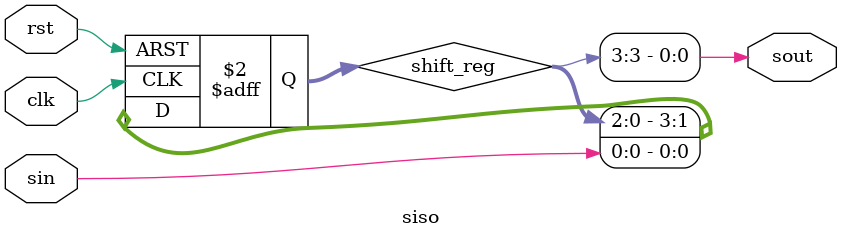
<source format=v>
module siso (clk, rst, sin, sout);

input clk, rst, sin;
output sout; 

reg [3:0] shift_reg;

always@ (posedge clk or posedge rst) begin
    if (rst) begin
        shift_reg <= 4'b0000;
    end else begin
        shift_reg <= {shift_reg[2:0], sin};      
    end
end

assign sout = shift_reg[3];

endmodule
</source>
